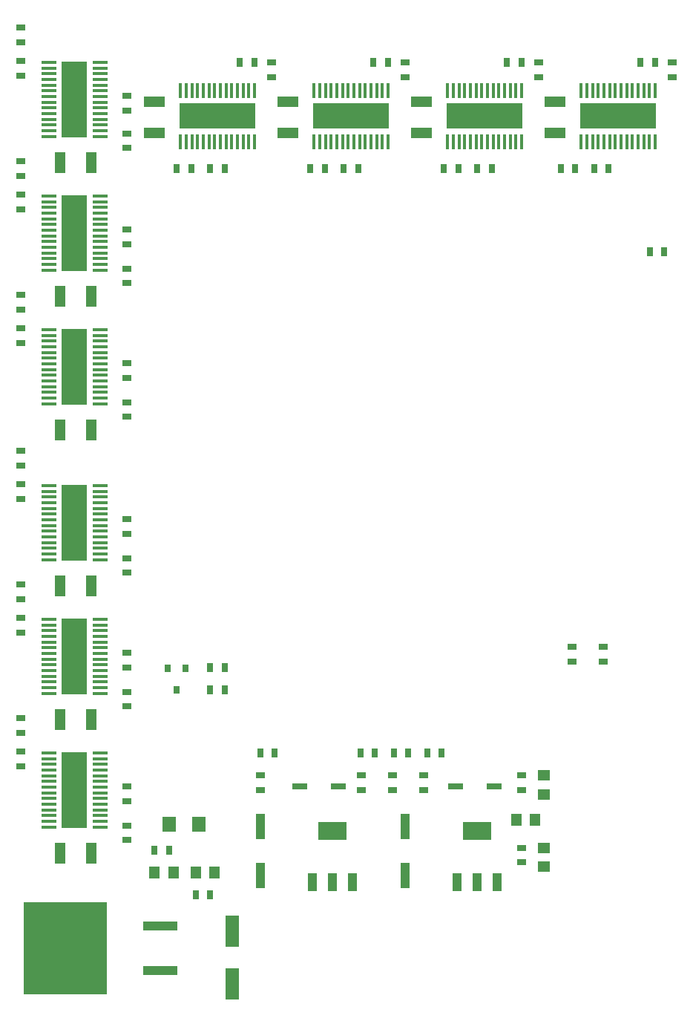
<source format=gbr>
%TF.GenerationSoftware,Altium Limited,Altium Designer,21.2.1 (34)*%
G04 Layer_Color=8421504*
%FSLAX25Y25*%
%MOIN*%
%TF.SameCoordinates,3D92BD4A-1653-4209-B07E-4AD3ED082CDC*%
%TF.FilePolarity,Positive*%
%TF.FileFunction,Paste,Top*%
%TF.Part,Single*%
G01*
G75*
%TA.AperFunction,SMDPad,CuDef*%
%ADD10R,0.11811X0.34252*%
%ADD11R,0.06693X0.01575*%
%ADD12R,0.34252X0.11811*%
%ADD13R,0.01575X0.06693*%
%ADD14R,0.03150X0.03937*%
%ADD15R,0.37402X0.41732*%
%ADD16R,0.15551X0.03937*%
%ADD17R,0.03150X0.03740*%
%ADD18R,0.03937X0.08465*%
%ADD19R,0.12992X0.08465*%
%ADD20R,0.03937X0.03150*%
%ADD21R,0.04500X0.05400*%
%ADD22R,0.06000X0.07000*%
%ADD23R,0.09449X0.04724*%
%ADD24R,0.04724X0.09449*%
%ADD25R,0.05400X0.04500*%
%ADD26R,0.05906X0.14173*%
%ADD27R,0.07087X0.03150*%
%ADD28R,0.03937X0.11811*%
D10*
X81614Y130866D02*
D03*
Y190866D02*
D03*
Y250866D02*
D03*
Y320866D02*
D03*
Y380866D02*
D03*
Y440866D02*
D03*
D11*
X93228Y114232D02*
D03*
Y116791D02*
D03*
Y119350D02*
D03*
Y121909D02*
D03*
Y124469D02*
D03*
Y127028D02*
D03*
Y129587D02*
D03*
Y132146D02*
D03*
Y134705D02*
D03*
Y137264D02*
D03*
Y139823D02*
D03*
Y142382D02*
D03*
Y144941D02*
D03*
Y147500D02*
D03*
X70000Y114232D02*
D03*
Y116791D02*
D03*
Y119350D02*
D03*
Y121909D02*
D03*
Y124469D02*
D03*
Y127028D02*
D03*
Y129587D02*
D03*
Y132146D02*
D03*
Y134705D02*
D03*
Y137264D02*
D03*
Y139823D02*
D03*
Y142382D02*
D03*
Y144941D02*
D03*
Y147500D02*
D03*
Y207500D02*
D03*
Y204941D02*
D03*
Y202382D02*
D03*
Y199823D02*
D03*
Y197264D02*
D03*
Y194705D02*
D03*
Y192146D02*
D03*
Y189587D02*
D03*
Y187028D02*
D03*
Y184468D02*
D03*
Y181909D02*
D03*
Y179350D02*
D03*
Y176791D02*
D03*
Y174232D02*
D03*
X93228Y207500D02*
D03*
Y204941D02*
D03*
Y202382D02*
D03*
Y199823D02*
D03*
Y197264D02*
D03*
Y194705D02*
D03*
Y192146D02*
D03*
Y189587D02*
D03*
Y187028D02*
D03*
Y184468D02*
D03*
Y181909D02*
D03*
Y179350D02*
D03*
Y176791D02*
D03*
Y174232D02*
D03*
Y234232D02*
D03*
Y236791D02*
D03*
Y239350D02*
D03*
Y241910D02*
D03*
Y244468D02*
D03*
Y247028D02*
D03*
Y249587D02*
D03*
Y252146D02*
D03*
Y254705D02*
D03*
Y257264D02*
D03*
Y259823D02*
D03*
Y262382D02*
D03*
Y264941D02*
D03*
Y267500D02*
D03*
X70000Y234232D02*
D03*
Y236791D02*
D03*
Y239350D02*
D03*
Y241910D02*
D03*
Y244468D02*
D03*
Y247028D02*
D03*
Y249587D02*
D03*
Y252146D02*
D03*
Y254705D02*
D03*
Y257264D02*
D03*
Y259823D02*
D03*
Y262382D02*
D03*
Y264941D02*
D03*
Y267500D02*
D03*
Y337500D02*
D03*
Y334941D02*
D03*
Y332382D02*
D03*
Y329823D02*
D03*
Y327264D02*
D03*
Y324705D02*
D03*
Y322146D02*
D03*
Y319587D02*
D03*
Y317028D02*
D03*
Y314469D02*
D03*
Y311910D02*
D03*
Y309350D02*
D03*
Y306791D02*
D03*
Y304232D02*
D03*
X93228Y337500D02*
D03*
Y334941D02*
D03*
Y332382D02*
D03*
Y329823D02*
D03*
Y327264D02*
D03*
Y324705D02*
D03*
Y322146D02*
D03*
Y319587D02*
D03*
Y317028D02*
D03*
Y314469D02*
D03*
Y311910D02*
D03*
Y309350D02*
D03*
Y306791D02*
D03*
Y304232D02*
D03*
Y364232D02*
D03*
Y366791D02*
D03*
Y369350D02*
D03*
Y371909D02*
D03*
Y374468D02*
D03*
Y377028D02*
D03*
Y379587D02*
D03*
Y382146D02*
D03*
Y384705D02*
D03*
Y387264D02*
D03*
Y389823D02*
D03*
Y392382D02*
D03*
Y394941D02*
D03*
Y397500D02*
D03*
X70000Y364232D02*
D03*
Y366791D02*
D03*
Y369350D02*
D03*
Y371909D02*
D03*
Y374468D02*
D03*
Y377028D02*
D03*
Y379587D02*
D03*
Y382146D02*
D03*
Y384705D02*
D03*
Y387264D02*
D03*
Y389823D02*
D03*
Y392382D02*
D03*
Y394941D02*
D03*
Y397500D02*
D03*
Y457500D02*
D03*
Y454941D02*
D03*
Y452382D02*
D03*
Y449823D02*
D03*
Y447264D02*
D03*
Y444705D02*
D03*
Y442146D02*
D03*
Y439587D02*
D03*
Y437028D02*
D03*
Y434469D02*
D03*
Y431910D02*
D03*
Y429350D02*
D03*
Y426791D02*
D03*
Y424232D02*
D03*
X93228Y457500D02*
D03*
Y454941D02*
D03*
Y452382D02*
D03*
Y449823D02*
D03*
Y447264D02*
D03*
Y444705D02*
D03*
Y442146D02*
D03*
Y439587D02*
D03*
Y437028D02*
D03*
Y434469D02*
D03*
Y431910D02*
D03*
Y429350D02*
D03*
Y426791D02*
D03*
Y424232D02*
D03*
D12*
X145866Y433386D02*
D03*
X205866D02*
D03*
X265866D02*
D03*
X325866D02*
D03*
D13*
X129232Y421772D02*
D03*
X131791D02*
D03*
X134350D02*
D03*
X136909D02*
D03*
X139469D02*
D03*
X142028D02*
D03*
X144587D02*
D03*
X147146D02*
D03*
X149705D02*
D03*
X152264D02*
D03*
X154823D02*
D03*
X157382D02*
D03*
X159941D02*
D03*
X162500D02*
D03*
X129232Y445000D02*
D03*
X131791D02*
D03*
X134350D02*
D03*
X136909D02*
D03*
X139469D02*
D03*
X142028D02*
D03*
X144587D02*
D03*
X147146D02*
D03*
X149705D02*
D03*
X152264D02*
D03*
X154823D02*
D03*
X157382D02*
D03*
X159941D02*
D03*
X162500D02*
D03*
X222500D02*
D03*
X219941D02*
D03*
X217382D02*
D03*
X214823D02*
D03*
X212264D02*
D03*
X209705D02*
D03*
X207146D02*
D03*
X204587D02*
D03*
X202028D02*
D03*
X199469D02*
D03*
X196909D02*
D03*
X194350D02*
D03*
X191791D02*
D03*
X189232D02*
D03*
X222500Y421772D02*
D03*
X219941D02*
D03*
X217382D02*
D03*
X214823D02*
D03*
X212264D02*
D03*
X209705D02*
D03*
X207146D02*
D03*
X204587D02*
D03*
X202028D02*
D03*
X199469D02*
D03*
X196909D02*
D03*
X194350D02*
D03*
X191791D02*
D03*
X189232D02*
D03*
X249232D02*
D03*
X251791D02*
D03*
X254350D02*
D03*
X256909D02*
D03*
X259469D02*
D03*
X262028D02*
D03*
X264587D02*
D03*
X267146D02*
D03*
X269705D02*
D03*
X272264D02*
D03*
X274823D02*
D03*
X277382D02*
D03*
X279941D02*
D03*
X282500D02*
D03*
X249232Y445000D02*
D03*
X251791D02*
D03*
X254350D02*
D03*
X256909D02*
D03*
X259469D02*
D03*
X262028D02*
D03*
X264587D02*
D03*
X267146D02*
D03*
X269705D02*
D03*
X272264D02*
D03*
X274823D02*
D03*
X277382D02*
D03*
X279941D02*
D03*
X282500D02*
D03*
X342500D02*
D03*
X339941D02*
D03*
X337382D02*
D03*
X334823D02*
D03*
X332264D02*
D03*
X329705D02*
D03*
X327146D02*
D03*
X324587D02*
D03*
X322028D02*
D03*
X319468D02*
D03*
X316910D02*
D03*
X314350D02*
D03*
X311791D02*
D03*
X309232D02*
D03*
X342500Y421772D02*
D03*
X339941D02*
D03*
X337382D02*
D03*
X334823D02*
D03*
X332264D02*
D03*
X329705D02*
D03*
X327146D02*
D03*
X324587D02*
D03*
X322028D02*
D03*
X319468D02*
D03*
X316910D02*
D03*
X314350D02*
D03*
X311791D02*
D03*
X309232D02*
D03*
D14*
X262500Y410000D02*
D03*
X269094D02*
D03*
X315000D02*
D03*
X321594D02*
D03*
X306594D02*
D03*
X300000D02*
D03*
X247510Y410001D02*
D03*
X254105D02*
D03*
X187510D02*
D03*
X194105D02*
D03*
X127510D02*
D03*
X134105D02*
D03*
X240010Y147501D02*
D03*
X246605D02*
D03*
X225010D02*
D03*
X231605D02*
D03*
X210010D02*
D03*
X216605D02*
D03*
X149094Y186000D02*
D03*
X142500D02*
D03*
X165010Y147501D02*
D03*
X171605D02*
D03*
X142500Y176000D02*
D03*
X149094D02*
D03*
X340000Y372500D02*
D03*
X346594D02*
D03*
X209094Y410000D02*
D03*
X202500D02*
D03*
X149094D02*
D03*
X142500D02*
D03*
X342500Y457500D02*
D03*
X335906D02*
D03*
X282500D02*
D03*
X275906D02*
D03*
X222500D02*
D03*
X215906D02*
D03*
X162500D02*
D03*
X155906D02*
D03*
X142594Y84000D02*
D03*
X136000D02*
D03*
X124094Y104000D02*
D03*
X117500D02*
D03*
D15*
X77500Y60000D02*
D03*
D16*
X120000Y70000D02*
D03*
Y50000D02*
D03*
D17*
X131437Y185449D02*
D03*
X123563D02*
D03*
X127500Y176000D02*
D03*
D18*
X253445Y89469D02*
D03*
X262500D02*
D03*
X271555D02*
D03*
X188445D02*
D03*
X197500D02*
D03*
X206555D02*
D03*
D19*
X262500Y112500D02*
D03*
X197500D02*
D03*
D20*
X105000Y419063D02*
D03*
Y425657D02*
D03*
Y358406D02*
D03*
Y365000D02*
D03*
Y298406D02*
D03*
Y305000D02*
D03*
Y228406D02*
D03*
Y235000D02*
D03*
Y168406D02*
D03*
Y175000D02*
D03*
Y108406D02*
D03*
Y115000D02*
D03*
X319000Y188500D02*
D03*
Y195094D02*
D03*
X304961Y195039D02*
D03*
Y188444D02*
D03*
X238500Y130906D02*
D03*
Y137500D02*
D03*
X224500D02*
D03*
Y130906D02*
D03*
X210500D02*
D03*
Y137500D02*
D03*
X165000D02*
D03*
Y130906D02*
D03*
X350000Y457500D02*
D03*
Y450906D02*
D03*
X290000Y457500D02*
D03*
Y450906D02*
D03*
X230000Y457500D02*
D03*
Y450906D02*
D03*
X170000Y457500D02*
D03*
Y450906D02*
D03*
X104977Y442501D02*
D03*
Y435906D02*
D03*
Y382501D02*
D03*
Y375906D02*
D03*
Y322501D02*
D03*
Y315906D02*
D03*
X57500Y473157D02*
D03*
Y466563D02*
D03*
Y458157D02*
D03*
Y451563D02*
D03*
Y406563D02*
D03*
Y413157D02*
D03*
Y398157D02*
D03*
Y391563D02*
D03*
Y346563D02*
D03*
Y353157D02*
D03*
Y338157D02*
D03*
Y331563D02*
D03*
X104977Y252501D02*
D03*
Y245906D02*
D03*
X105000Y192500D02*
D03*
Y185906D02*
D03*
Y132500D02*
D03*
Y125906D02*
D03*
X57500Y283157D02*
D03*
Y276563D02*
D03*
Y268157D02*
D03*
Y261563D02*
D03*
Y216563D02*
D03*
Y223157D02*
D03*
Y208157D02*
D03*
Y201563D02*
D03*
Y156563D02*
D03*
Y163157D02*
D03*
Y141563D02*
D03*
Y148157D02*
D03*
X282500Y137500D02*
D03*
Y130906D02*
D03*
Y98406D02*
D03*
Y105000D02*
D03*
D21*
X280000Y117500D02*
D03*
X288500D02*
D03*
X144500Y94000D02*
D03*
X136000D02*
D03*
X126000D02*
D03*
X117500D02*
D03*
D22*
X124000Y115500D02*
D03*
X137500D02*
D03*
D23*
X297500Y440000D02*
D03*
Y425827D02*
D03*
X237500Y440000D02*
D03*
Y425827D02*
D03*
X177500Y440000D02*
D03*
Y425827D02*
D03*
X117500Y440000D02*
D03*
Y425827D02*
D03*
D24*
X75000Y412500D02*
D03*
X89173D02*
D03*
X75000Y352500D02*
D03*
X89173D02*
D03*
X75000Y292500D02*
D03*
X89173D02*
D03*
X75000Y102500D02*
D03*
X89173D02*
D03*
X75000Y162500D02*
D03*
X89173D02*
D03*
X75000Y222500D02*
D03*
X89173D02*
D03*
D25*
X292500Y137500D02*
D03*
Y129000D02*
D03*
Y96500D02*
D03*
Y105000D02*
D03*
D26*
X152500Y43878D02*
D03*
Y67500D02*
D03*
D27*
X270000Y132500D02*
D03*
X252677D02*
D03*
X182677D02*
D03*
X200000D02*
D03*
D28*
X230000Y114500D02*
D03*
Y92500D02*
D03*
X165000Y114500D02*
D03*
Y92500D02*
D03*
%TF.MD5,673d8f3718446ff4a219e9388cf63929*%
M02*

</source>
